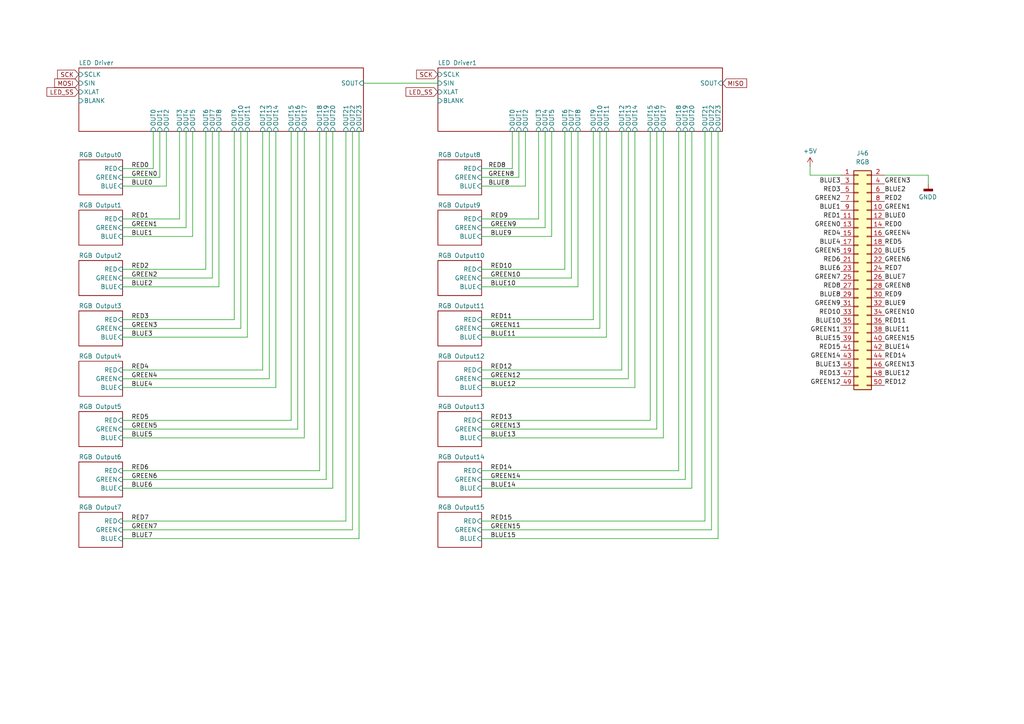
<source format=kicad_sch>
(kicad_sch (version 20230121) (generator eeschema)
  (paper "A4")
  (lib_symbols
    (symbol "Connector_Generic:Conn_02x25_Odd_Even" (pin_names (offset 1.016) hide)
      (property "Reference" "J" (at 1.27 33.02 0))
      (property "Value" "Conn_02x25_Odd_Even" (at 1.27 -33.02 0))
      (symbol "Conn_02x25_Odd_Even_1_1"
        (rectangle (start -1.27 -30.353) (end 0 -30.607) (stroke (width 0.1524)))
        (rectangle (start -1.27 -27.813) (end 0 -28.067) (stroke (width 0.1524)))
        (rectangle (start -1.27 -25.273) (end 0 -25.527) (stroke (width 0.1524)))
        (rectangle (start -1.27 -22.733) (end 0 -22.987) (stroke (width 0.1524)))
        (rectangle (start -1.27 -20.193) (end 0 -20.447) (stroke (width 0.1524)))
        (rectangle (start -1.27 -17.653) (end 0 -17.907) (stroke (width 0.1524)))
        (rectangle (start -1.27 -15.113) (end 0 -15.367) (stroke (width 0.1524)))
        (rectangle (start -1.27 -12.573) (end 0 -12.827) (stroke (width 0.1524)))
        (rectangle (start -1.27 -10.033) (end 0 -10.287) (stroke (width 0.1524)))
        (rectangle (start -1.27 -7.493) (end 0 -7.747) (stroke (width 0.1524)))
        (rectangle (start -1.27 -4.953) (end 0 -5.207) (stroke (width 0.1524)))
        (rectangle (start -1.27 -2.413) (end 0 -2.667) (stroke (width 0.1524)))
        (rectangle (start -1.27 0.127) (end 0 -0.127) (stroke (width 0.1524)))
        (rectangle (start -1.27 2.667) (end 0 2.413) (stroke (width 0.1524)))
        (rectangle (start -1.27 5.207) (end 0 4.953) (stroke (width 0.1524)))
        (rectangle (start -1.27 7.747) (end 0 7.493) (stroke (width 0.1524)))
        (rectangle (start -1.27 10.287) (end 0 10.033) (stroke (width 0.1524)))
        (rectangle (start -1.27 12.827) (end 0 12.573) (stroke (width 0.1524)))
        (rectangle (start -1.27 15.367) (end 0 15.113) (stroke (width 0.1524)))
        (rectangle (start -1.27 17.907) (end 0 17.653) (stroke (width 0.1524)))
        (rectangle (start -1.27 20.447) (end 0 20.193) (stroke (width 0.1524)))
        (rectangle (start -1.27 22.987) (end 0 22.733) (stroke (width 0.1524)))
        (rectangle (start -1.27 25.527) (end 0 25.273) (stroke (width 0.1524)))
        (rectangle (start -1.27 28.067) (end 0 27.813) (stroke (width 0.1524)))
        (rectangle (start -1.27 30.607) (end 0 30.353) (stroke (width 0.1524)))
        (rectangle (start -1.27 31.75) (end 3.81 -31.75) (stroke (width 0.254)) (fill (type background)))
        (rectangle (start 3.81 -30.353) (end 2.54 -30.607) (stroke (width 0.1524)))
        (rectangle (start 3.81 -27.813) (end 2.54 -28.067) (stroke (width 0.1524)))
        (rectangle (start 3.81 -25.273) (end 2.54 -25.527) (stroke (width 0.1524)))
        (rectangle (start 3.81 -22.733) (end 2.54 -22.987) (stroke (width 0.1524)))
        (rectangle (start 3.81 -20.193) (end 2.54 -20.447) (stroke (width 0.1524)))
        (rectangle (start 3.81 -17.653) (end 2.54 -17.907) (stroke (width 0.1524)))
        (rectangle (start 3.81 -15.113) (end 2.54 -15.367) (stroke (width 0.1524)))
        (rectangle (start 3.81 -12.573) (end 2.54 -12.827) (stroke (width 0.1524)))
        (rectangle (start 3.81 -10.033) (end 2.54 -10.287) (stroke (width 0.1524)))
        (rectangle (start 3.81 -7.493) (end 2.54 -7.747) (stroke (width 0.1524)))
        (rectangle (start 3.81 -4.953) (end 2.54 -5.207) (stroke (width 0.1524)))
        (rectangle (start 3.81 -2.413) (end 2.54 -2.667) (stroke (width 0.1524)))
        (rectangle (start 3.81 0.127) (end 2.54 -0.127) (stroke (width 0.1524)))
        (rectangle (start 3.81 2.667) (end 2.54 2.413) (stroke (width 0.1524)))
        (rectangle (start 3.81 5.207) (end 2.54 4.953) (stroke (width 0.1524)))
        (rectangle (start 3.81 7.747) (end 2.54 7.493) (stroke (width 0.1524)))
        (rectangle (start 3.81 10.287) (end 2.54 10.033) (stroke (width 0.1524)))
        (rectangle (start 3.81 12.827) (end 2.54 12.573) (stroke (width 0.1524)))
        (rectangle (start 3.81 15.367) (end 2.54 15.113) (stroke (width 0.1524)))
        (rectangle (start 3.81 17.907) (end 2.54 17.653) (stroke (width 0.1524)))
        (rectangle (start 3.81 20.447) (end 2.54 20.193) (stroke (width 0.1524)))
        (rectangle (start 3.81 22.987) (end 2.54 22.733) (stroke (width 0.1524)))
        (rectangle (start 3.81 25.527) (end 2.54 25.273) (stroke (width 0.1524)))
        (rectangle (start 3.81 28.067) (end 2.54 27.813) (stroke (width 0.1524)))
        (rectangle (start 3.81 30.607) (end 2.54 30.353) (stroke (width 0.1524)))
        (pin passive line (at -5.08 30.48 0) (length 3.81) (name "Pin_1") (number "1"))
        (pin passive line (at 7.62 20.32 180) (length 3.81) (name "Pin_10") (number "10"))
        (pin passive line (at -5.08 17.78 0) (length 3.81) (name "Pin_11") (number "11"))
        (pin passive line (at 7.62 17.78 180) (length 3.81) (name "Pin_12") (number "12"))
        (pin passive line (at -5.08 15.24 0) (length 3.81) (name "Pin_13") (number "13"))
        (pin passive line (at 7.62 15.24 180) (length 3.81) (name "Pin_14") (number "14"))
        (pin passive line (at -5.08 12.7 0) (length 3.81) (name "Pin_15") (number "15"))
        (pin passive line (at 7.62 12.7 180) (length 3.81) (name "Pin_16") (number "16"))
        (pin passive line (at -5.08 10.16 0) (length 3.81) (name "Pin_17") (number "17"))
        (pin passive line (at 7.62 10.16 180) (length 3.81) (name "Pin_18") (number "18"))
        (pin passive line (at -5.08 7.62 0) (length 3.81) (name "Pin_19") (number "19"))
        (pin passive line (at 7.62 30.48 180) (length 3.81) (name "Pin_2") (number "2"))
        (pin passive line (at 7.62 7.62 180) (length 3.81) (name "Pin_20") (number "20"))
        (pin passive line (at -5.08 5.08 0) (length 3.81) (name "Pin_21") (number "21"))
        (pin passive line (at 7.62 5.08 180) (length 3.81) (name "Pin_22") (number "22"))
        (pin passive line (at -5.08 2.54 0) (length 3.81) (name "Pin_23") (number "23"))
        (pin passive line (at 7.62 2.54 180) (length 3.81) (name "Pin_24") (number "24"))
        (pin passive line (at -5.08 0 0) (length 3.81) (name "Pin_25") (number "25"))
        (pin passive line (at 7.62 0 180) (length 3.81) (name "Pin_26") (number "26"))
        (pin passive line (at -5.08 -2.54 0) (length 3.81) (name "Pin_27") (number "27"))
        (pin passive line (at 7.62 -2.54 180) (length 3.81) (name "Pin_28") (number "28"))
        (pin passive line (at -5.08 -5.08 0) (length 3.81) (name "Pin_29") (number "29"))
        (pin passive line (at -5.08 27.94 0) (length 3.81) (name "Pin_3") (number "3"))
        (pin passive line (at 7.62 -5.08 180) (length 3.81) (name "Pin_30") (number "30"))
        (pin passive line (at -5.08 -7.62 0) (length 3.81) (name "Pin_31") (number "31"))
        (pin passive line (at 7.62 -7.62 180) (length 3.81) (name "Pin_32") (number "32"))
        (pin passive line (at -5.08 -10.16 0) (length 3.81) (name "Pin_33") (number "33"))
        (pin passive line (at 7.62 -10.16 180) (length 3.81) (name "Pin_34") (number "34"))
        (pin passive line (at -5.08 -12.7 0) (length 3.81) (name "Pin_35") (number "35"))
        (pin passive line (at 7.62 -12.7 180) (length 3.81) (name "Pin_36") (number "36"))
        (pin passive line (at -5.08 -15.24 0) (length 3.81) (name "Pin_37") (number "37"))
        (pin passive line (at 7.62 -15.24 180) (length 3.81) (name "Pin_38") (number "38"))
        (pin passive line (at -5.08 -17.78 0) (length 3.81) (name "Pin_39") (number "39"))
        (pin passive line (at 7.62 27.94 180) (length 3.81) (name "Pin_4") (number "4"))
        (pin passive line (at 7.62 -17.78 180) (length 3.81) (name "Pin_40") (number "40"))
        (pin passive line (at -5.08 -20.32 0) (length 3.81) (name "Pin_41") (number "41"))
        (pin passive line (at 7.62 -20.32 180) (length 3.81) (name "Pin_42") (number "42"))
        (pin passive line (at -5.08 -22.86 0) (length 3.81) (name "Pin_43") (number "43"))
        (pin passive line (at 7.62 -22.86 180) (length 3.81) (name "Pin_44") (number "44"))
        (pin passive line (at -5.08 -25.4 0) (length 3.81) (name "Pin_45") (number "45"))
        (pin passive line (at 7.62 -25.4 180) (length 3.81) (name "Pin_46") (number "46"))
        (pin passive line (at -5.08 -27.94 0) (length 3.81) (name "Pin_47") (number "47"))
        (pin passive line (at 7.62 -27.94 180) (length 3.81) (name "Pin_48") (number "48"))
        (pin passive line (at -5.08 -30.48 0) (length 3.81) (name "Pin_49") (number "49"))
        (pin passive line (at -5.08 25.4 0) (length 3.81) (name "Pin_5") (number "5"))
        (pin passive line (at 7.62 -30.48 180) (length 3.81) (name "Pin_50") (number "50"))
        (pin passive line (at 7.62 25.4 180) (length 3.81) (name "Pin_6") (number "6"))
        (pin passive line (at -5.08 22.86 0) (length 3.81) (name "Pin_7") (number "7"))
        (pin passive line (at 7.62 22.86 180) (length 3.81) (name "Pin_8") (number "8"))
        (pin passive line (at -5.08 20.32 0) (length 3.81) (name "Pin_9") (number "9"))
      )
    )
    (symbol "power:+5V" (power) (pin_names (offset 0))
      (property "Value" "+5V" (at 0 3.556 0))
      (symbol "+5V_0_1"
        (polyline (pts (xy -0.762 1.27) (xy 0 2.54)))
        (polyline (pts (xy 0 0) (xy 0 2.54)))
        (polyline (pts (xy 0 2.54) (xy 0.762 1.27)))
      )
      (symbol "+5V_1_1"
        (pin power_in line (at 0 0 90) (length 0) hide (name "+5V") (number "1"))
      )
    )
    (symbol "power:GNDD" (power) (pin_names (offset 0))
      (property "Value" "GNDD" (at 0 -3.175 0))
      (symbol "GNDD_0_1"
        (rectangle (start -1.27 -1.524) (end 1.27 -2.032) (stroke (width 0.254)) (fill (type outline)))
        (polyline (pts (xy 0 0) (xy 0 -1.524)))
      )
      (symbol "GNDD_1_1"
        (pin power_in line (at 0 0 270) (length 0) hide (name "GNDD") (number "1"))
      )
    )
  )
  (wire (pts (xy 175.895 97.79) (xy 175.895 38.1)))
  (wire (pts (xy 139.7 68.58) (xy 160.02 68.58)))
  (wire (pts (xy 88.265 38.1) (xy 88.265 127)))
  (wire (pts (xy 256.54 50.8) (xy 269.24 50.8)))
  (wire (pts (xy 198.755 139.065) (xy 198.755 38.1)))
  (wire (pts (xy 173.99 95.25) (xy 139.7 95.25)))
  (wire (pts (xy 139.7 92.71) (xy 172.085 92.71)))
  (wire (pts (xy 48.26 38.1) (xy 48.26 53.975)))
  (wire (pts (xy 150.495 51.435) (xy 150.495 38.1)))
  (wire (pts (xy 139.7 80.645) (xy 165.735 80.645)))
  (wire (pts (xy 234.95 50.8) (xy 243.84 50.8)))
  (wire (pts (xy 80.01 112.395) (xy 80.01 38.1)))
  (wire (pts (xy 86.36 124.46) (xy 86.36 38.1)))
  (wire (pts (xy 180.34 107.315) (xy 180.34 38.1)))
  (wire (pts (xy 84.455 121.92) (xy 35.56 121.92)))
  (wire (pts (xy 139.7 139.065) (xy 198.755 139.065)))
  (wire (pts (xy 156.21 63.5) (xy 156.21 38.1)))
  (wire (pts (xy 44.45 38.1) (xy 44.45 48.895)))
  (wire (pts (xy 48.26 53.975) (xy 35.56 53.975)))
  (wire (pts (xy 139.7 153.67) (xy 206.375 153.67)))
  (wire (pts (xy 96.52 38.1) (xy 96.52 141.605)))
  (wire (pts (xy 92.71 38.1) (xy 92.71 136.525)))
  (wire (pts (xy 35.56 139.065) (xy 94.615 139.065)))
  (wire (pts (xy 59.69 38.1) (xy 59.69 78.105)))
  (wire (pts (xy 102.235 153.67) (xy 102.235 38.1)))
  (wire (pts (xy 200.66 141.605) (xy 139.7 141.605)))
  (wire (pts (xy 188.595 38.1) (xy 188.595 121.92)))
  (wire (pts (xy 35.56 68.58) (xy 55.88 68.58)))
  (wire (pts (xy 100.33 151.13) (xy 35.56 151.13)))
  (wire (pts (xy 71.755 97.79) (xy 71.755 38.1)))
  (wire (pts (xy 35.56 153.67) (xy 102.235 153.67)))
  (wire (pts (xy 208.28 156.21) (xy 139.7 156.21)))
  (wire (pts (xy 163.83 78.105) (xy 139.7 78.105)))
  (wire (pts (xy 148.59 38.1) (xy 148.59 48.895)))
  (wire (pts (xy 206.375 153.67) (xy 206.375 38.1)))
  (wire (pts (xy 208.28 38.1) (xy 208.28 156.21)))
  (wire (pts (xy 96.52 141.605) (xy 35.56 141.605)))
  (wire (pts (xy 78.105 109.855) (xy 35.56 109.855)))
  (wire (pts (xy 165.735 80.645) (xy 165.735 38.1)))
  (wire (pts (xy 139.7 51.435) (xy 150.495 51.435)))
  (wire (pts (xy 200.66 38.1) (xy 200.66 141.605)))
  (wire (pts (xy 192.405 127) (xy 139.7 127)))
  (wire (pts (xy 46.355 51.435) (xy 46.355 38.1)))
  (wire (pts (xy 63.5 38.1) (xy 63.5 83.185)))
  (wire (pts (xy 63.5 83.185) (xy 35.56 83.185)))
  (wire (pts (xy 182.245 109.855) (xy 139.7 109.855)))
  (wire (pts (xy 61.595 80.645) (xy 61.595 38.1)))
  (wire (pts (xy 105.41 24.13) (xy 127 24.13)))
  (wire (pts (xy 152.4 53.975) (xy 139.7 53.975)))
  (wire (pts (xy 188.595 121.92) (xy 139.7 121.92)))
  (wire (pts (xy 35.56 51.435) (xy 46.355 51.435)))
  (wire (pts (xy 172.085 92.71) (xy 172.085 38.1)))
  (wire (pts (xy 184.15 112.395) (xy 184.15 38.1)))
  (wire (pts (xy 76.2 107.315) (xy 76.2 38.1)))
  (wire (pts (xy 35.56 92.71) (xy 67.945 92.71)))
  (wire (pts (xy 182.245 38.1) (xy 182.245 109.855)))
  (wire (pts (xy 59.69 78.105) (xy 35.56 78.105)))
  (wire (pts (xy 104.14 38.1) (xy 104.14 156.21)))
  (wire (pts (xy 92.71 136.525) (xy 35.56 136.525)))
  (wire (pts (xy 35.56 97.79) (xy 71.755 97.79)))
  (wire (pts (xy 88.265 127) (xy 35.56 127)))
  (wire (pts (xy 204.47 151.13) (xy 139.7 151.13)))
  (wire (pts (xy 35.56 63.5) (xy 52.07 63.5)))
  (wire (pts (xy 139.7 124.46) (xy 190.5 124.46)))
  (wire (pts (xy 234.95 48.26) (xy 234.95 50.8)))
  (wire (pts (xy 84.455 38.1) (xy 84.455 121.92)))
  (wire (pts (xy 53.975 66.04) (xy 35.56 66.04)))
  (wire (pts (xy 35.56 107.315) (xy 76.2 107.315)))
  (wire (pts (xy 53.975 38.1) (xy 53.975 66.04)))
  (wire (pts (xy 163.83 38.1) (xy 163.83 78.105)))
  (wire (pts (xy 94.615 139.065) (xy 94.615 38.1)))
  (wire (pts (xy 35.56 124.46) (xy 86.36 124.46)))
  (wire (pts (xy 139.7 63.5) (xy 156.21 63.5)))
  (wire (pts (xy 167.64 83.185) (xy 139.7 83.185)))
  (wire (pts (xy 35.56 112.395) (xy 80.01 112.395)))
  (wire (pts (xy 67.945 92.71) (xy 67.945 38.1)))
  (wire (pts (xy 196.85 38.1) (xy 196.85 136.525)))
  (wire (pts (xy 78.105 38.1) (xy 78.105 109.855)))
  (wire (pts (xy 204.47 38.1) (xy 204.47 151.13)))
  (wire (pts (xy 139.7 107.315) (xy 180.34 107.315)))
  (wire (pts (xy 148.59 48.895) (xy 139.7 48.895)))
  (wire (pts (xy 35.56 80.645) (xy 61.595 80.645)))
  (wire (pts (xy 160.02 68.58) (xy 160.02 38.1)))
  (wire (pts (xy 44.45 48.895) (xy 35.56 48.895)))
  (wire (pts (xy 158.115 38.1) (xy 158.115 66.04)))
  (wire (pts (xy 152.4 38.1) (xy 152.4 53.975)))
  (wire (pts (xy 52.07 63.5) (xy 52.07 38.1)))
  (wire (pts (xy 104.14 156.21) (xy 35.56 156.21)))
  (wire (pts (xy 139.7 112.395) (xy 184.15 112.395)))
  (wire (pts (xy 190.5 124.46) (xy 190.5 38.1)))
  (wire (pts (xy 139.7 97.79) (xy 175.895 97.79)))
  (wire (pts (xy 69.85 38.1) (xy 69.85 95.25)))
  (wire (pts (xy 158.115 66.04) (xy 139.7 66.04)))
  (wire (pts (xy 55.88 68.58) (xy 55.88 38.1)))
  (wire (pts (xy 100.33 38.1) (xy 100.33 151.13)))
  (wire (pts (xy 167.64 38.1) (xy 167.64 83.185)))
  (wire (pts (xy 69.85 95.25) (xy 35.56 95.25)))
  (wire (pts (xy 269.24 50.8) (xy 269.24 53.34)))
  (wire (pts (xy 196.85 136.525) (xy 139.7 136.525)))
  (wire (pts (xy 192.405 38.1) (xy 192.405 127)))
  (wire (pts (xy 173.99 38.1) (xy 173.99 95.25)))
  (label "RED13" (at 142.24 121.92 0))
  (label "RED4" (at 243.84 68.58 180))
  (label "GREEN7" (at 243.84 81.28 180))
  (label "BLUE0" (at 256.54 63.5 0))
  (label "BLUE15" (at 243.84 99.06 180))
  (label "BLUE5" (at 38.1 127 0))
  (label "RED10" (at 243.84 91.44 180))
  (label "RED12" (at 256.54 111.76 0))
  (label "RED7" (at 38.1 151.13 0))
  (label "RED13" (at 243.84 109.22 180))
  (label "BLUE4" (at 243.84 71.12 180))
  (label "RED0" (at 256.54 66.04 0))
  (label "GREEN12" (at 243.84 111.76 180))
  (label "GREEN2" (at 38.1 80.645 0))
  (label "RED11" (at 256.54 93.98 0))
  (label "GREEN15" (at 256.54 99.06 0))
  (label "BLUE10" (at 243.84 93.98 180))
  (label "GREEN10" (at 256.54 91.44 0))
  (label "GREEN2" (at 243.84 58.42 180))
  (label "BLUE6" (at 243.84 78.74 180))
  (label "BLUE1" (at 38.1 68.58 0))
  (label "BLUE9" (at 256.54 88.9 0))
  (label "BLUE7" (at 256.54 81.28 0))
  (label "RED6" (at 38.1 136.525 0))
  (label "GREEN4" (at 38.1 109.855 0))
  (label "RED9" (at 142.24 63.5 0))
  (label "RED11" (at 142.24 92.71 0))
  (label "RED5" (at 38.1 121.92 0))
  (label "BLUE7" (at 38.1 156.21 0))
  (label "RED1" (at 38.1 63.5 0))
  (label "BLUE3" (at 38.1 97.79 0))
  (label "BLUE2" (at 256.54 55.88 0))
  (label "RED2" (at 256.54 58.42 0))
  (label "GREEN8" (at 256.54 83.82 0))
  (label "RED2" (at 38.1 78.105 0))
  (label "RED10" (at 142.24 78.105 0))
  (label "RED12" (at 142.24 107.315 0))
  (label "RED8" (at 243.84 83.82 180))
  (label "GREEN13" (at 142.24 124.46 0))
  (label "BLUE13" (at 243.84 106.68 180))
  (label "GREEN7" (at 38.1 153.67 0))
  (label "GREEN11" (at 142.24 95.25 0))
  (label "RED15" (at 142.24 151.13 0))
  (label "RED15" (at 243.84 101.6 180))
  (label "BLUE11" (at 256.54 96.52 0))
  (label "RED0" (at 38.1 48.895 0))
  (label "RED5" (at 256.54 71.12 0))
  (label "GREEN8" (at 141.605 51.435 0))
  (label "RED3" (at 38.1 92.71 0))
  (label "GREEN9" (at 243.84 88.9 180))
  (label "BLUE10" (at 142.24 83.185 0))
  (label "RED8" (at 141.605 48.895 0))
  (label "GREEN9" (at 142.24 66.04 0))
  (label "RED7" (at 256.54 78.74 0))
  (label "BLUE14" (at 142.24 141.605 0))
  (label "BLUE13" (at 142.24 127 0))
  (label "GREEN5" (at 38.1 124.46 0))
  (label "GREEN13" (at 256.54 106.68 0))
  (label "GREEN10" (at 142.24 80.645 0))
  (label "GREEN6" (at 256.54 76.2 0))
  (label "GREEN14" (at 142.24 139.065 0))
  (label "BLUE0" (at 38.1 53.975 0))
  (label "BLUE12" (at 256.54 109.22 0))
  (label "BLUE11" (at 142.24 97.79 0))
  (label "BLUE15" (at 142.24 156.21 0))
  (label "RED4" (at 38.1 107.315 0))
  (label "RED1" (at 243.84 63.5 180))
  (label "BLUE12" (at 142.24 112.395 0))
  (label "BLUE9" (at 142.24 68.58 0))
  (label "BLUE1" (at 243.84 60.96 180))
  (label "BLUE8" (at 141.605 53.975 0))
  (label "RED9" (at 256.54 86.36 0))
  (label "BLUE14" (at 256.54 101.6 0))
  (label "GREEN1" (at 38.1 66.04 0))
  (label "BLUE2" (at 38.1 83.185 0))
  (label "RED3" (at 243.84 55.88 180))
  (label "GREEN0" (at 243.84 66.04 180))
  (label "GREEN15" (at 142.24 153.67 0))
  (label "RED14" (at 142.24 136.525 0))
  (label "BLUE6" (at 38.1 141.605 0))
  (label "GREEN0" (at 38.1 51.435 0))
  (label "RED6" (at 243.84 76.2 180))
  (label "GREEN11" (at 243.84 96.52 180))
  (label "RED14" (at 256.54 104.14 0))
  (label "GREEN5" (at 243.84 73.66 180))
  (label "BLUE8" (at 243.84 86.36 180))
  (label "GREEN6" (at 38.1 139.065 0))
  (label "BLUE3" (at 243.84 53.34 180))
  (label "GREEN3" (at 38.1 95.25 0))
  (label "GREEN3" (at 256.54 53.34 0))
  (label "BLUE5" (at 256.54 73.66 0))
  (label "GREEN14" (at 243.84 104.14 180))
  (label "BLUE4" (at 38.1 112.395 0))
  (label "GREEN12" (at 142.24 109.855 0))
  (label "GREEN4" (at 256.54 68.58 0))
  (label "GREEN1" (at 256.54 60.96 0))
  (global_label "LED_SS" (shape input) (at 22.86 26.67 180) (property "Intersheetrefs" "${INTERSHEET_REFS}" (effects hide)))
  (global_label "SCK" (shape input) (at 127 21.59 180) (property "Intersheetrefs" "${INTERSHEET_REFS}" (effects hide)))
  (global_label "LED_SS" (shape input) (at 127 26.67 180) (property "Intersheetrefs" "${INTERSHEET_REFS}" (effects hide)))
  (global_label "MOSI" (shape input) (at 22.86 24.13 180) (property "Intersheetrefs" "${INTERSHEET_REFS}" (effects hide)))
  (global_label "MISO" (shape input) (at 209.55 24.13 0) (property "Intersheetrefs" "${INTERSHEET_REFS}" (effects hide)))
  (global_label "SCK" (shape input) (at 22.86 21.59 180) (property "Intersheetrefs" "${INTERSHEET_REFS}" (effects hide)))
  (symbol (lib_id "power:+5V") (at 234.95 48.26 0) (unit 1)
    (property "Reference" "#PWR098" (effects hide))
    (property "Value" "+5V" (at 234.95 43.815 0))
  )
  (symbol (lib_id "power:GNDD") (at 269.24 53.34 0) (unit 1)
    (property "Reference" "#PWR091" (effects hide))
    (property "Value" "GNDD" (at 271.78 57.15 0) (effects (justify right)))
    (instances (project "rgb-input" (path "" (reference "#PWR091") (unit 1)) (path "" (reference "#PWR099") (unit 1))))
  )
  (symbol (lib_id "Connector_Generic:Conn_02x25_Odd_Even") (at 248.92 81.28 0) (unit 1)
    (property "Reference" "J46" (at 250.19 44.45 0))
    (property "Value" "RGB" (at 250.19 46.99 0))
    (property "Footprint" "Connector_IDC:IDC-Header_2x25_P2.54mm_Vertical" (effects hide))
  )
  (sheet (at 127 19.685) (size 82.55 18.415) (stroke (width 0.1524))
    (property "Sheetname" "LED Driver1" (at 127 18.9734 0) (effects (justify left bottom)))
    (property "Sheetfile" "led driver.kicad_sch" (effects hide))
    (pin "BLANK" input (at 127 29.21 180))
    (pin "SCLK" input (at 127 21.59 180))
    (pin "SOUT" input (at 209.55 24.13 0))
    (pin "XLAT" input (at 127 26.67 180))
    (pin "SIN" input (at 127 24.13 180))
    (pin "OUT3" input (at 156.21 38.1 270))
    (pin "OUT4" input (at 158.115 38.1 270))
    (pin "OUT5" input (at 160.02 38.1 270))
    (pin "OUT0" input (at 148.59 38.1 270))
    (pin "OUT1" input (at 150.495 38.1 270))
    (pin "OUT2" input (at 152.4 38.1 270))
    (pin "OUT6" input (at 163.83 38.1 270))
    (pin "OUT7" input (at 165.735 38.1 270))
    (pin "OUT8" input (at 167.64 38.1 270))
    (pin "OUT9" input (at 172.085 38.1 270))
    (pin "OUT10" input (at 173.99 38.1 270))
    (pin "OUT11" input (at 175.895 38.1 270))
    (pin "OUT12" input (at 180.34 38.1 270))
    (pin "OUT13" input (at 182.245 38.1 270))
    (pin "OUT14" input (at 184.15 38.1 270))
    (pin "OUT15" input (at 188.595 38.1 270))
    (pin "OUT16" input (at 190.5 38.1 270))
    (pin "OUT17" input (at 192.405 38.1 270))
    (pin "OUT18" input (at 196.85 38.1 270))
    (pin "OUT19" input (at 198.755 38.1 270))
    (pin "OUT20" input (at 200.66 38.1 270))
    (pin "OUT21" input (at 204.47 38.1 270))
    (pin "OUT22" input (at 206.375 38.1 270))
    (pin "OUT23" input (at 208.28 38.1 270))
  )
  (sheet (at 127 104.775) (size 12.7 10.16) (stroke (width 0.1524))
    (property "Sheetname" "RGB Output12" (at 127 104.0634 0) (effects (justify left bottom)))
    (property "Sheetfile" "rgb.kicad_sch" (effects hide))
    (pin "RED" input (at 139.7 107.315 0))
    (pin "GREEN" input (at 139.7 109.855 0))
    (pin "BLUE" input (at 139.7 112.395 0))
  )
  (sheet (at 127 133.985) (size 12.7 10.16) (stroke (width 0.1524))
    (property "Sheetname" "RGB Output14" (at 127 133.2734 0) (effects (justify left bottom)))
    (property "Sheetfile" "rgb.kicad_sch" (effects hide))
    (pin "RED" input (at 139.7 136.525 0))
    (pin "GREEN" input (at 139.7 139.065 0))
    (pin "BLUE" input (at 139.7 141.605 0))
  )
  (sheet (at 22.86 148.59) (size 12.7 10.16) (stroke (width 0.1524))
    (property "Sheetname" "RGB Output7" (at 22.86 147.8784 0) (effects (justify left bottom)))
    (property "Sheetfile" "rgb.kicad_sch" (effects hide))
    (pin "RED" input (at 35.56 151.13 0))
    (pin "GREEN" input (at 35.56 153.67 0))
    (pin "BLUE" input (at 35.56 156.21 0))
  )
  (sheet (at 22.86 75.565) (size 12.7 10.16) (stroke (width 0.1524))
    (property "Sheetname" "RGB Output2" (at 22.86 74.8534 0) (effects (justify left bottom)))
    (property "Sheetfile" "rgb.kicad_sch" (effects hide))
    (pin "RED" input (at 35.56 78.105 0))
    (pin "GREEN" input (at 35.56 80.645 0))
    (pin "BLUE" input (at 35.56 83.185 0))
  )
  (sheet (at 22.86 133.985) (size 12.7 10.16) (stroke (width 0.1524))
    (property "Sheetname" "RGB Output6" (at 22.86 133.2734 0) (effects (justify left bottom)))
    (property "Sheetfile" "rgb.kicad_sch" (effects hide))
    (pin "RED" input (at 35.56 136.525 0))
    (pin "GREEN" input (at 35.56 139.065 0))
    (pin "BLUE" input (at 35.56 141.605 0))
  )
  (sheet (at 127 148.59) (size 12.7 10.16) (stroke (width 0.1524))
    (property "Sheetname" "RGB Output15" (at 127 147.8784 0) (effects (justify left bottom)))
    (property "Sheetfile" "rgb.kicad_sch" (effects hide))
    (pin "RED" input (at 139.7 151.13 0))
    (pin "GREEN" input (at 139.7 153.67 0))
    (pin "BLUE" input (at 139.7 156.21 0))
  )
  (sheet (at 127 60.96) (size 12.7 10.16) (stroke (width 0.1524))
    (property "Sheetname" "RGB Output9" (at 127 60.2484 0) (effects (justify left bottom)))
    (property "Sheetfile" "rgb.kicad_sch" (effects hide))
    (pin "RED" input (at 139.7 63.5 0))
    (pin "GREEN" input (at 139.7 66.04 0))
    (pin "BLUE" input (at 139.7 68.58 0))
  )
  (sheet (at 127 46.355) (size 12.7 10.16) (stroke (width 0.1524))
    (property "Sheetname" "RGB Output8" (at 127 45.6434 0) (effects (justify left bottom)))
    (property "Sheetfile" "rgb.kicad_sch" (effects hide))
    (pin "RED" input (at 139.7 48.895 0))
    (pin "GREEN" input (at 139.7 51.435 0))
    (pin "BLUE" input (at 139.7 53.975 0))
  )
  (sheet (at 22.86 19.685) (size 82.55 18.415) (stroke (width 0.1524))
    (property "Sheetname" "LED Driver" (at 22.86 18.9734 0) (effects (justify left bottom)))
    (property "Sheetfile" "led driver.kicad_sch" (effects hide))
    (pin "BLANK" input (at 22.86 29.21 180))
    (pin "SCLK" input (at 22.86 21.59 180))
    (pin "SOUT" input (at 105.41 24.13 0))
    (pin "XLAT" input (at 22.86 26.67 180))
    (pin "SIN" input (at 22.86 24.13 180))
    (pin "OUT3" input (at 52.07 38.1 270))
    (pin "OUT4" input (at 53.975 38.1 270))
    (pin "OUT5" input (at 55.88 38.1 270))
    (pin "OUT0" input (at 44.45 38.1 270))
    (pin "OUT1" input (at 46.355 38.1 270))
    (pin "OUT2" input (at 48.26 38.1 270))
    (pin "OUT6" input (at 59.69 38.1 270))
    (pin "OUT7" input (at 61.595 38.1 270))
    (pin "OUT8" input (at 63.5 38.1 270))
    (pin "OUT9" input (at 67.945 38.1 270))
    (pin "OUT10" input (at 69.85 38.1 270))
    (pin "OUT11" input (at 71.755 38.1 270))
    (pin "OUT12" input (at 76.2 38.1 270))
    (pin "OUT13" input (at 78.105 38.1 270))
    (pin "OUT14" input (at 80.01 38.1 270))
    (pin "OUT15" input (at 84.455 38.1 270))
    (pin "OUT16" input (at 86.36 38.1 270))
    (pin "OUT17" input (at 88.265 38.1 270))
    (pin "OUT18" input (at 92.71 38.1 270))
    (pin "OUT19" input (at 94.615 38.1 270))
    (pin "OUT20" input (at 96.52 38.1 270))
    (pin "OUT21" input (at 100.33 38.1 270))
    (pin "OUT22" input (at 102.235 38.1 270))
    (pin "OUT23" input (at 104.14 38.1 270))
  )
  (sheet (at 127 75.565) (size 12.7 10.16) (stroke (width 0.1524))
    (property "Sheetname" "RGB Output10" (at 127 74.8534 0) (effects (justify left bottom)))
    (property "Sheetfile" "rgb.kicad_sch" (effects hide))
    (pin "RED" input (at 139.7 78.105 0))
    (pin "GREEN" input (at 139.7 80.645 0))
    (pin "BLUE" input (at 139.7 83.185 0))
  )
  (sheet (at 127 119.38) (size 12.7 10.16) (stroke (width 0.1524))
    (property "Sheetname" "RGB Output13" (at 127 118.6684 0) (effects (justify left bottom)))
    (property "Sheetfile" "rgb.kicad_sch" (effects hide))
    (pin "RED" input (at 139.7 121.92 0))
    (pin "GREEN" input (at 139.7 124.46 0))
    (pin "BLUE" input (at 139.7 127 0))
  )
  (sheet (at 127 90.17) (size 12.7 10.16) (stroke (width 0.1524))
    (property "Sheetname" "RGB Output11" (at 127 89.4584 0) (effects (justify left bottom)))
    (property "Sheetfile" "rgb.kicad_sch" (effects hide))
    (pin "RED" input (at 139.7 92.71 0))
    (pin "GREEN" input (at 139.7 95.25 0))
    (pin "BLUE" input (at 139.7 97.79 0))
  )
  (sheet (at 22.86 60.96) (size 12.7 10.16) (stroke (width 0.1524))
    (property "Sheetname" "RGB Output1" (at 22.86 60.2484 0) (effects (justify left bottom)))
    (property "Sheetfile" "rgb.kicad_sch" (effects hide))
    (pin "RED" input (at 35.56 63.5 0))
    (pin "GREEN" input (at 35.56 66.04 0))
    (pin "BLUE" input (at 35.56 68.58 0))
  )
  (sheet (at 22.86 46.355) (size 12.7 10.16) (stroke (width 0.1524))
    (property "Sheetname" "RGB Output0" (at 22.86 45.6434 0) (effects (justify left bottom)))
    (property "Sheetfile" "rgb.kicad_sch" (effects hide))
    (pin "RED" input (at 35.56 48.895 0))
    (pin "GREEN" input (at 35.56 51.435 0))
    (pin "BLUE" input (at 35.56 53.975 0))
  )
  (sheet (at 22.86 90.17) (size 12.7 10.16) (stroke (width 0.1524))
    (property "Sheetname" "RGB Output3" (at 22.86 89.4584 0) (effects (justify left bottom)))
    (property "Sheetfile" "rgb.kicad_sch" (effects hide))
    (pin "RED" input (at 35.56 92.71 0))
    (pin "GREEN" input (at 35.56 95.25 0))
    (pin "BLUE" input (at 35.56 97.79 0))
  )
  (sheet (at 22.86 119.38) (size 12.7 10.16) (stroke (width 0.1524))
    (property "Sheetname" "RGB Output5" (at 22.86 118.6684 0) (effects (justify left bottom)))
    (property "Sheetfile" "rgb.kicad_sch" (effects hide))
    (pin "RED" input (at 35.56 121.92 0))
    (pin "GREEN" input (at 35.56 124.46 0))
    (pin "BLUE" input (at 35.56 127 0))
  )
  (sheet (at 22.86 104.775) (size 12.7 10.16) (stroke (width 0.1524))
    (property "Sheetname" "RGB Output4" (at 22.86 104.0634 0) (effects (justify left bottom)))
    (property "Sheetfile" "rgb.kicad_sch" (effects hide))
    (pin "RED" input (at 35.56 107.315 0))
    (pin "GREEN" input (at 35.56 109.855 0))
    (pin "BLUE" input (at 35.56 112.395 0))
  )
)
</source>
